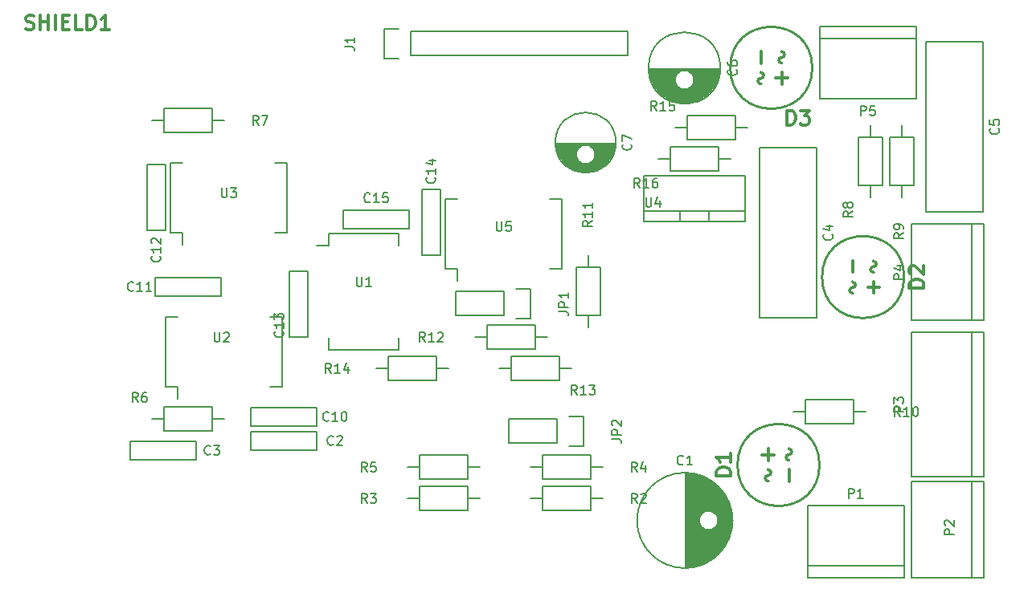
<source format=gbr>
G04 #@! TF.FileFunction,Legend,Top*
%FSLAX46Y46*%
G04 Gerber Fmt 4.6, Leading zero omitted, Abs format (unit mm)*
G04 Created by KiCad (PCBNEW 4.0.2+dfsg1-stable) date dim. 24 juil. 2016 19:10:33 CEST*
%MOMM*%
G01*
G04 APERTURE LIST*
%ADD10C,0.100000*%
%ADD11C,0.304800*%
%ADD12C,0.254000*%
%ADD13C,0.150000*%
G04 APERTURE END LIST*
D10*
D11*
X228008000Y-95588000D02*
G75*
G03X228308000Y-95288000I0J300000D01*
G01*
X228308000Y-95288000D02*
G75*
G03X228008000Y-94988000I-300000J0D01*
G01*
X228008000Y-95588000D02*
G75*
G03X227708000Y-95888000I0J-300000D01*
G01*
X227708000Y-95888000D02*
G75*
G03X228008000Y-96188000I300000J0D01*
G01*
X229908000Y-93688000D02*
G75*
G03X230208000Y-93988000I300000J0D01*
G01*
X230208000Y-93388000D02*
G75*
G03X229908000Y-93688000I0J-300000D01*
G01*
X230508000Y-93088000D02*
G75*
G03X230208000Y-92788000I-300000J0D01*
G01*
X230208000Y-93388000D02*
G75*
G03X230508000Y-93088000I0J300000D01*
G01*
X230208000Y-96188000D02*
X230208000Y-94988000D01*
X228008000Y-93988000D02*
X228008000Y-92788000D01*
X228608000Y-93388000D02*
X227408000Y-93388000D01*
D12*
X233426672Y-94488000D02*
G75*
G03X233426672Y-94488000I-4318672J0D01*
G01*
D11*
X239114919Y-73559081D02*
G75*
G03X238814919Y-73859081I0J-300000D01*
G01*
X238814919Y-73859081D02*
G75*
G03X239114919Y-74159081I300000J0D01*
G01*
X239114919Y-73559081D02*
G75*
G03X239414919Y-73259081I0J300000D01*
G01*
X239414919Y-73259081D02*
G75*
G03X239114919Y-72959081I-300000J0D01*
G01*
X237214919Y-75459081D02*
G75*
G03X236914919Y-75159081I-300000J0D01*
G01*
X236914919Y-75759081D02*
G75*
G03X237214919Y-75459081I0J300000D01*
G01*
X236614919Y-76059081D02*
G75*
G03X236914919Y-76359081I300000J0D01*
G01*
X236914919Y-75759081D02*
G75*
G03X236614919Y-76059081I0J-300000D01*
G01*
X236914919Y-72959081D02*
X236914919Y-74159081D01*
X239114919Y-75159081D02*
X239114919Y-76359081D01*
X238514919Y-75759081D02*
X239714919Y-75759081D01*
D12*
X242333591Y-74659081D02*
G75*
G03X242333591Y-74659081I-4318672J0D01*
G01*
D11*
X229446000Y-51478000D02*
G75*
G03X229146000Y-51778000I0J-300000D01*
G01*
X229146000Y-51778000D02*
G75*
G03X229446000Y-52078000I300000J0D01*
G01*
X229446000Y-51478000D02*
G75*
G03X229746000Y-51178000I0J300000D01*
G01*
X229746000Y-51178000D02*
G75*
G03X229446000Y-50878000I-300000J0D01*
G01*
X227546000Y-53378000D02*
G75*
G03X227246000Y-53078000I-300000J0D01*
G01*
X227246000Y-53678000D02*
G75*
G03X227546000Y-53378000I0J300000D01*
G01*
X226946000Y-53978000D02*
G75*
G03X227246000Y-54278000I300000J0D01*
G01*
X227246000Y-53678000D02*
G75*
G03X226946000Y-53978000I0J-300000D01*
G01*
X227246000Y-50878000D02*
X227246000Y-52078000D01*
X229446000Y-53078000D02*
X229446000Y-54278000D01*
X228846000Y-53678000D02*
X230046000Y-53678000D01*
D12*
X232664672Y-52578000D02*
G75*
G03X232664672Y-52578000I-4318672J0D01*
G01*
D13*
X242316000Y-105156000D02*
X232156000Y-105156000D01*
X242316000Y-106426000D02*
X242316000Y-98806000D01*
X242316000Y-98806000D02*
X232156000Y-98806000D01*
X232156000Y-98806000D02*
X232156000Y-106426000D01*
X232156000Y-106426000D02*
X242316000Y-106426000D01*
X191262000Y-93472000D02*
X196342000Y-93472000D01*
X196342000Y-93472000D02*
X196342000Y-96012000D01*
X196342000Y-96012000D02*
X191262000Y-96012000D01*
X191262000Y-96012000D02*
X191262000Y-93472000D01*
X191262000Y-94742000D02*
X189992000Y-94742000D01*
X196342000Y-94742000D02*
X197612000Y-94742000D01*
X177562000Y-81010000D02*
X177562000Y-74010000D01*
X177562000Y-74010000D02*
X179562000Y-74010000D01*
X179562000Y-74010000D02*
X179562000Y-81010000D01*
X179562000Y-81010000D02*
X177562000Y-81010000D01*
X250698000Y-95758000D02*
X243078000Y-95758000D01*
X250698000Y-80518000D02*
X243078000Y-80518000D01*
X249428000Y-95758000D02*
X249428000Y-80518000D01*
X243078000Y-95758000D02*
X243078000Y-80518000D01*
X250698000Y-95758000D02*
X250698000Y-80518000D01*
X219317000Y-95331000D02*
X219317000Y-105329000D01*
X219457000Y-95335000D02*
X219457000Y-105325000D01*
X219597000Y-95343000D02*
X219597000Y-105317000D01*
X219737000Y-95355000D02*
X219737000Y-105305000D01*
X219877000Y-95370000D02*
X219877000Y-105290000D01*
X220017000Y-95390000D02*
X220017000Y-105270000D01*
X220157000Y-95414000D02*
X220157000Y-105246000D01*
X220297000Y-95443000D02*
X220297000Y-105217000D01*
X220437000Y-95475000D02*
X220437000Y-105185000D01*
X220577000Y-95512000D02*
X220577000Y-105148000D01*
X220717000Y-95553000D02*
X220717000Y-105107000D01*
X220857000Y-95598000D02*
X220857000Y-99864000D01*
X220857000Y-100796000D02*
X220857000Y-105062000D01*
X220997000Y-95648000D02*
X220997000Y-99663000D01*
X220997000Y-100997000D02*
X220997000Y-105012000D01*
X221137000Y-95703000D02*
X221137000Y-99534000D01*
X221137000Y-101126000D02*
X221137000Y-104957000D01*
X221277000Y-95763000D02*
X221277000Y-99445000D01*
X221277000Y-101215000D02*
X221277000Y-104897000D01*
X221417000Y-95828000D02*
X221417000Y-99384000D01*
X221417000Y-101276000D02*
X221417000Y-104832000D01*
X221557000Y-95898000D02*
X221557000Y-99347000D01*
X221557000Y-101313000D02*
X221557000Y-104762000D01*
X221697000Y-95974000D02*
X221697000Y-99331000D01*
X221697000Y-101329000D02*
X221697000Y-104686000D01*
X221837000Y-96056000D02*
X221837000Y-99335000D01*
X221837000Y-101325000D02*
X221837000Y-104604000D01*
X221977000Y-96144000D02*
X221977000Y-99358000D01*
X221977000Y-101302000D02*
X221977000Y-104516000D01*
X222117000Y-96239000D02*
X222117000Y-99403000D01*
X222117000Y-101257000D02*
X222117000Y-104421000D01*
X222257000Y-96341000D02*
X222257000Y-99473000D01*
X222257000Y-101187000D02*
X222257000Y-104319000D01*
X222397000Y-96451000D02*
X222397000Y-99574000D01*
X222397000Y-101086000D02*
X222397000Y-104209000D01*
X222537000Y-96569000D02*
X222537000Y-99723000D01*
X222537000Y-100937000D02*
X222537000Y-104091000D01*
X222677000Y-96697000D02*
X222677000Y-99975000D01*
X222677000Y-100685000D02*
X222677000Y-103963000D01*
X222817000Y-96834000D02*
X222817000Y-103826000D01*
X222957000Y-96984000D02*
X222957000Y-103676000D01*
X223097000Y-97146000D02*
X223097000Y-103514000D01*
X223237000Y-97323000D02*
X223237000Y-103337000D01*
X223377000Y-97519000D02*
X223377000Y-103141000D01*
X223517000Y-97737000D02*
X223517000Y-102923000D01*
X223657000Y-97983000D02*
X223657000Y-102677000D01*
X223797000Y-98268000D02*
X223797000Y-102392000D01*
X223937000Y-98610000D02*
X223937000Y-102050000D01*
X224077000Y-99056000D02*
X224077000Y-101604000D01*
X224217000Y-99831000D02*
X224217000Y-100829000D01*
X222742000Y-100330000D02*
G75*
G03X222742000Y-100330000I-1000000J0D01*
G01*
X224279500Y-100330000D02*
G75*
G03X224279500Y-100330000I-5037500J0D01*
G01*
X180498000Y-92948000D02*
X173498000Y-92948000D01*
X173498000Y-92948000D02*
X173498000Y-90948000D01*
X173498000Y-90948000D02*
X180498000Y-90948000D01*
X180498000Y-90948000D02*
X180498000Y-92948000D01*
X160798000Y-91964000D02*
X167798000Y-91964000D01*
X167798000Y-91964000D02*
X167798000Y-93964000D01*
X167798000Y-93964000D02*
X160798000Y-93964000D01*
X160798000Y-93964000D02*
X160798000Y-91964000D01*
X222951000Y-52673000D02*
X215453000Y-52673000D01*
X222946000Y-52813000D02*
X215458000Y-52813000D01*
X222935000Y-52953000D02*
X219648000Y-52953000D01*
X218756000Y-52953000D02*
X215469000Y-52953000D01*
X222919000Y-53093000D02*
X219858000Y-53093000D01*
X218546000Y-53093000D02*
X215485000Y-53093000D01*
X222898000Y-53233000D02*
X219991000Y-53233000D01*
X218413000Y-53233000D02*
X215506000Y-53233000D01*
X222871000Y-53373000D02*
X220082000Y-53373000D01*
X218322000Y-53373000D02*
X215533000Y-53373000D01*
X222839000Y-53513000D02*
X220144000Y-53513000D01*
X218260000Y-53513000D02*
X215565000Y-53513000D01*
X222801000Y-53653000D02*
X220183000Y-53653000D01*
X218221000Y-53653000D02*
X215603000Y-53653000D01*
X222757000Y-53793000D02*
X220200000Y-53793000D01*
X218204000Y-53793000D02*
X215647000Y-53793000D01*
X222706000Y-53933000D02*
X220198000Y-53933000D01*
X218206000Y-53933000D02*
X215698000Y-53933000D01*
X222650000Y-54073000D02*
X220176000Y-54073000D01*
X218228000Y-54073000D02*
X215754000Y-54073000D01*
X222586000Y-54213000D02*
X220133000Y-54213000D01*
X218271000Y-54213000D02*
X215818000Y-54213000D01*
X222516000Y-54353000D02*
X220065000Y-54353000D01*
X218339000Y-54353000D02*
X215888000Y-54353000D01*
X222438000Y-54493000D02*
X219966000Y-54493000D01*
X218438000Y-54493000D02*
X215966000Y-54493000D01*
X222352000Y-54633000D02*
X219821000Y-54633000D01*
X218583000Y-54633000D02*
X216052000Y-54633000D01*
X222257000Y-54773000D02*
X219582000Y-54773000D01*
X218822000Y-54773000D02*
X216147000Y-54773000D01*
X222152000Y-54913000D02*
X216252000Y-54913000D01*
X222037000Y-55053000D02*
X216367000Y-55053000D01*
X221909000Y-55193000D02*
X216495000Y-55193000D01*
X221768000Y-55333000D02*
X216636000Y-55333000D01*
X221610000Y-55473000D02*
X216794000Y-55473000D01*
X221432000Y-55613000D02*
X216972000Y-55613000D01*
X221229000Y-55753000D02*
X217175000Y-55753000D01*
X220992000Y-55893000D02*
X217412000Y-55893000D01*
X220706000Y-56033000D02*
X217698000Y-56033000D01*
X220334000Y-56173000D02*
X218070000Y-56173000D01*
X219713000Y-56313000D02*
X218691000Y-56313000D01*
X220202000Y-53848000D02*
G75*
G03X220202000Y-53848000I-1000000J0D01*
G01*
X222989500Y-52598000D02*
G75*
G03X222989500Y-52598000I-3787500J0D01*
G01*
X211937000Y-60547000D02*
X205639000Y-60547000D01*
X211931000Y-60687000D02*
X205645000Y-60687000D01*
X211918000Y-60827000D02*
X209234000Y-60827000D01*
X208342000Y-60827000D02*
X205658000Y-60827000D01*
X211899000Y-60967000D02*
X209444000Y-60967000D01*
X208132000Y-60967000D02*
X205677000Y-60967000D01*
X211873000Y-61107000D02*
X209577000Y-61107000D01*
X207999000Y-61107000D02*
X205703000Y-61107000D01*
X211841000Y-61247000D02*
X209668000Y-61247000D01*
X207908000Y-61247000D02*
X205735000Y-61247000D01*
X211802000Y-61387000D02*
X209730000Y-61387000D01*
X207846000Y-61387000D02*
X205774000Y-61387000D01*
X211756000Y-61527000D02*
X209769000Y-61527000D01*
X207807000Y-61527000D02*
X205820000Y-61527000D01*
X211703000Y-61667000D02*
X209786000Y-61667000D01*
X207790000Y-61667000D02*
X205873000Y-61667000D01*
X211641000Y-61807000D02*
X209784000Y-61807000D01*
X207792000Y-61807000D02*
X205935000Y-61807000D01*
X211571000Y-61947000D02*
X209762000Y-61947000D01*
X207814000Y-61947000D02*
X206005000Y-61947000D01*
X211492000Y-62087000D02*
X209719000Y-62087000D01*
X207857000Y-62087000D02*
X206084000Y-62087000D01*
X211404000Y-62227000D02*
X209651000Y-62227000D01*
X207925000Y-62227000D02*
X206172000Y-62227000D01*
X211304000Y-62367000D02*
X209552000Y-62367000D01*
X208024000Y-62367000D02*
X206272000Y-62367000D01*
X211192000Y-62507000D02*
X209407000Y-62507000D01*
X208169000Y-62507000D02*
X206384000Y-62507000D01*
X211067000Y-62647000D02*
X209168000Y-62647000D01*
X208408000Y-62647000D02*
X206509000Y-62647000D01*
X210924000Y-62787000D02*
X206652000Y-62787000D01*
X210762000Y-62927000D02*
X206814000Y-62927000D01*
X210574000Y-63067000D02*
X207002000Y-63067000D01*
X210351000Y-63207000D02*
X207225000Y-63207000D01*
X210075000Y-63347000D02*
X207501000Y-63347000D01*
X209700000Y-63487000D02*
X207876000Y-63487000D01*
X209788000Y-61722000D02*
G75*
G03X209788000Y-61722000I-1000000J0D01*
G01*
X211975500Y-60472000D02*
G75*
G03X211975500Y-60472000I-3187500J0D01*
G01*
X173498000Y-88408000D02*
X180498000Y-88408000D01*
X180498000Y-88408000D02*
X180498000Y-90408000D01*
X180498000Y-90408000D02*
X173498000Y-90408000D01*
X173498000Y-90408000D02*
X173498000Y-88408000D01*
X163418000Y-74692000D02*
X170418000Y-74692000D01*
X170418000Y-74692000D02*
X170418000Y-76692000D01*
X170418000Y-76692000D02*
X163418000Y-76692000D01*
X163418000Y-76692000D02*
X163418000Y-74692000D01*
X164576000Y-62754000D02*
X164576000Y-69754000D01*
X164576000Y-69754000D02*
X162576000Y-69754000D01*
X162576000Y-69754000D02*
X162576000Y-62754000D01*
X162576000Y-62754000D02*
X164576000Y-62754000D01*
X191532000Y-72374000D02*
X191532000Y-65374000D01*
X191532000Y-65374000D02*
X193532000Y-65374000D01*
X193532000Y-65374000D02*
X193532000Y-72374000D01*
X193532000Y-72374000D02*
X191532000Y-72374000D01*
X183230000Y-67580000D02*
X190230000Y-67580000D01*
X190230000Y-67580000D02*
X190230000Y-69580000D01*
X190230000Y-69580000D02*
X183230000Y-69580000D01*
X183230000Y-69580000D02*
X183230000Y-67580000D01*
X200152000Y-76200000D02*
X195072000Y-76200000D01*
X195072000Y-76200000D02*
X195072000Y-78740000D01*
X195072000Y-78740000D02*
X200152000Y-78740000D01*
X202972000Y-79020000D02*
X201422000Y-79020000D01*
X200152000Y-78740000D02*
X200152000Y-76200000D01*
X201422000Y-75920000D02*
X202972000Y-75920000D01*
X202972000Y-75920000D02*
X202972000Y-79020000D01*
X205740000Y-89662000D02*
X200660000Y-89662000D01*
X200660000Y-89662000D02*
X200660000Y-92202000D01*
X200660000Y-92202000D02*
X205740000Y-92202000D01*
X208560000Y-92482000D02*
X207010000Y-92482000D01*
X205740000Y-92202000D02*
X205740000Y-89662000D01*
X207010000Y-89382000D02*
X208560000Y-89382000D01*
X208560000Y-89382000D02*
X208560000Y-92482000D01*
X249428000Y-96266000D02*
X249428000Y-106426000D01*
X250698000Y-96266000D02*
X243078000Y-96266000D01*
X243078000Y-96266000D02*
X243078000Y-106426000D01*
X243078000Y-106426000D02*
X250698000Y-106426000D01*
X250698000Y-106426000D02*
X250698000Y-96266000D01*
X249428000Y-69088000D02*
X249428000Y-79248000D01*
X250698000Y-69088000D02*
X243078000Y-69088000D01*
X243078000Y-69088000D02*
X243078000Y-79248000D01*
X243078000Y-79248000D02*
X250698000Y-79248000D01*
X250698000Y-79248000D02*
X250698000Y-69088000D01*
X233426000Y-49530000D02*
X243586000Y-49530000D01*
X233426000Y-48260000D02*
X233426000Y-55880000D01*
X233426000Y-55880000D02*
X243586000Y-55880000D01*
X243586000Y-55880000D02*
X243586000Y-48260000D01*
X243586000Y-48260000D02*
X233426000Y-48260000D01*
X204216000Y-96774000D02*
X209296000Y-96774000D01*
X209296000Y-96774000D02*
X209296000Y-99314000D01*
X209296000Y-99314000D02*
X204216000Y-99314000D01*
X204216000Y-99314000D02*
X204216000Y-96774000D01*
X204216000Y-98044000D02*
X202946000Y-98044000D01*
X209296000Y-98044000D02*
X210566000Y-98044000D01*
X191262000Y-96774000D02*
X196342000Y-96774000D01*
X196342000Y-96774000D02*
X196342000Y-99314000D01*
X196342000Y-99314000D02*
X191262000Y-99314000D01*
X191262000Y-99314000D02*
X191262000Y-96774000D01*
X191262000Y-98044000D02*
X189992000Y-98044000D01*
X196342000Y-98044000D02*
X197612000Y-98044000D01*
X204216000Y-93472000D02*
X209296000Y-93472000D01*
X209296000Y-93472000D02*
X209296000Y-96012000D01*
X209296000Y-96012000D02*
X204216000Y-96012000D01*
X204216000Y-96012000D02*
X204216000Y-93472000D01*
X204216000Y-94742000D02*
X202946000Y-94742000D01*
X209296000Y-94742000D02*
X210566000Y-94742000D01*
X164338000Y-88392000D02*
X169418000Y-88392000D01*
X169418000Y-88392000D02*
X169418000Y-90932000D01*
X169418000Y-90932000D02*
X164338000Y-90932000D01*
X164338000Y-90932000D02*
X164338000Y-88392000D01*
X164338000Y-89662000D02*
X163068000Y-89662000D01*
X169418000Y-89662000D02*
X170688000Y-89662000D01*
X169418000Y-59436000D02*
X164338000Y-59436000D01*
X164338000Y-59436000D02*
X164338000Y-56896000D01*
X164338000Y-56896000D02*
X169418000Y-56896000D01*
X169418000Y-56896000D02*
X169418000Y-59436000D01*
X169418000Y-58166000D02*
X170688000Y-58166000D01*
X164338000Y-58166000D02*
X163068000Y-58166000D01*
X237490000Y-65024000D02*
X237490000Y-59944000D01*
X237490000Y-59944000D02*
X240030000Y-59944000D01*
X240030000Y-59944000D02*
X240030000Y-65024000D01*
X240030000Y-65024000D02*
X237490000Y-65024000D01*
X238760000Y-65024000D02*
X238760000Y-66294000D01*
X238760000Y-59944000D02*
X238760000Y-58674000D01*
X240792000Y-65024000D02*
X240792000Y-59944000D01*
X240792000Y-59944000D02*
X243332000Y-59944000D01*
X243332000Y-59944000D02*
X243332000Y-65024000D01*
X243332000Y-65024000D02*
X240792000Y-65024000D01*
X242062000Y-65024000D02*
X242062000Y-66294000D01*
X242062000Y-59944000D02*
X242062000Y-58674000D01*
X236982000Y-90170000D02*
X231902000Y-90170000D01*
X231902000Y-90170000D02*
X231902000Y-87630000D01*
X231902000Y-87630000D02*
X236982000Y-87630000D01*
X236982000Y-87630000D02*
X236982000Y-90170000D01*
X236982000Y-88900000D02*
X238252000Y-88900000D01*
X231902000Y-88900000D02*
X230632000Y-88900000D01*
X210312000Y-73660000D02*
X210312000Y-78740000D01*
X210312000Y-78740000D02*
X207772000Y-78740000D01*
X207772000Y-78740000D02*
X207772000Y-73660000D01*
X207772000Y-73660000D02*
X210312000Y-73660000D01*
X209042000Y-73660000D02*
X209042000Y-72390000D01*
X209042000Y-78740000D02*
X209042000Y-80010000D01*
X198374000Y-79756000D02*
X203454000Y-79756000D01*
X203454000Y-79756000D02*
X203454000Y-82296000D01*
X203454000Y-82296000D02*
X198374000Y-82296000D01*
X198374000Y-82296000D02*
X198374000Y-79756000D01*
X198374000Y-81026000D02*
X197104000Y-81026000D01*
X203454000Y-81026000D02*
X204724000Y-81026000D01*
X205994000Y-85598000D02*
X200914000Y-85598000D01*
X200914000Y-85598000D02*
X200914000Y-83058000D01*
X200914000Y-83058000D02*
X205994000Y-83058000D01*
X205994000Y-83058000D02*
X205994000Y-85598000D01*
X205994000Y-84328000D02*
X207264000Y-84328000D01*
X200914000Y-84328000D02*
X199644000Y-84328000D01*
X187960000Y-83058000D02*
X193040000Y-83058000D01*
X193040000Y-83058000D02*
X193040000Y-85598000D01*
X193040000Y-85598000D02*
X187960000Y-85598000D01*
X187960000Y-85598000D02*
X187960000Y-83058000D01*
X187960000Y-84328000D02*
X186690000Y-84328000D01*
X193040000Y-84328000D02*
X194310000Y-84328000D01*
X219456000Y-57658000D02*
X224536000Y-57658000D01*
X224536000Y-57658000D02*
X224536000Y-60198000D01*
X224536000Y-60198000D02*
X219456000Y-60198000D01*
X219456000Y-60198000D02*
X219456000Y-57658000D01*
X219456000Y-58928000D02*
X218186000Y-58928000D01*
X224536000Y-58928000D02*
X225806000Y-58928000D01*
X222758000Y-63500000D02*
X217678000Y-63500000D01*
X217678000Y-63500000D02*
X217678000Y-60960000D01*
X217678000Y-60960000D02*
X222758000Y-60960000D01*
X222758000Y-60960000D02*
X222758000Y-63500000D01*
X222758000Y-62230000D02*
X224028000Y-62230000D01*
X217678000Y-62230000D02*
X216408000Y-62230000D01*
X181745000Y-70095000D02*
X181745000Y-71365000D01*
X189095000Y-70095000D02*
X189095000Y-71365000D01*
X189095000Y-82305000D02*
X189095000Y-81035000D01*
X181745000Y-82305000D02*
X181745000Y-81035000D01*
X181745000Y-70095000D02*
X189095000Y-70095000D01*
X181745000Y-82305000D02*
X189095000Y-82305000D01*
X181745000Y-71365000D02*
X180460000Y-71365000D01*
X164583000Y-86225000D02*
X165853000Y-86225000D01*
X164583000Y-78875000D02*
X165853000Y-78875000D01*
X176793000Y-78875000D02*
X175523000Y-78875000D01*
X176793000Y-86225000D02*
X175523000Y-86225000D01*
X164583000Y-86225000D02*
X164583000Y-78875000D01*
X176793000Y-86225000D02*
X176793000Y-78875000D01*
X165853000Y-86225000D02*
X165853000Y-87510000D01*
X165091000Y-69969000D02*
X166361000Y-69969000D01*
X165091000Y-62619000D02*
X166361000Y-62619000D01*
X177301000Y-62619000D02*
X176031000Y-62619000D01*
X177301000Y-69969000D02*
X176031000Y-69969000D01*
X165091000Y-69969000D02*
X165091000Y-62619000D01*
X177301000Y-69969000D02*
X177301000Y-62619000D01*
X166361000Y-69969000D02*
X166361000Y-71254000D01*
X221742000Y-68834000D02*
X221742000Y-67691000D01*
X218694000Y-68834000D02*
X218694000Y-67691000D01*
X214884000Y-67691000D02*
X214884000Y-64008000D01*
X214884000Y-64008000D02*
X225552000Y-64008000D01*
X225552000Y-64008000D02*
X225552000Y-67691000D01*
X214884000Y-68834000D02*
X214884000Y-67691000D01*
X214884000Y-67691000D02*
X225552000Y-67691000D01*
X225552000Y-67691000D02*
X225552000Y-68834000D01*
X220218000Y-68834000D02*
X225552000Y-68834000D01*
X220218000Y-68834000D02*
X214884000Y-68834000D01*
X194047000Y-73779000D02*
X195317000Y-73779000D01*
X194047000Y-66429000D02*
X195317000Y-66429000D01*
X206257000Y-66429000D02*
X204987000Y-66429000D01*
X206257000Y-73779000D02*
X204987000Y-73779000D01*
X194047000Y-73779000D02*
X194047000Y-66429000D01*
X206257000Y-73779000D02*
X206257000Y-66429000D01*
X195317000Y-73779000D02*
X195317000Y-75064000D01*
X190373000Y-48768000D02*
X213233000Y-48768000D01*
X213233000Y-48768000D02*
X213233000Y-51308000D01*
X213233000Y-51308000D02*
X190373000Y-51308000D01*
X187553000Y-48488000D02*
X189103000Y-48488000D01*
X190373000Y-48768000D02*
X190373000Y-51308000D01*
X189103000Y-51588000D02*
X187553000Y-51588000D01*
X187553000Y-51588000D02*
X187553000Y-48488000D01*
X233124000Y-60970000D02*
X233124000Y-78970000D01*
X233124000Y-78970000D02*
X227124000Y-78970000D01*
X227124000Y-78970000D02*
X227124000Y-60970000D01*
X227124000Y-60970000D02*
X233124000Y-60970000D01*
X250650000Y-49808000D02*
X250650000Y-67808000D01*
X250650000Y-67808000D02*
X244650000Y-67808000D01*
X244650000Y-67808000D02*
X244650000Y-49808000D01*
X244650000Y-49808000D02*
X250650000Y-49808000D01*
D11*
X149825529Y-48470457D02*
X150043243Y-48543029D01*
X150406100Y-48543029D01*
X150551243Y-48470457D01*
X150623814Y-48397886D01*
X150696386Y-48252743D01*
X150696386Y-48107600D01*
X150623814Y-47962457D01*
X150551243Y-47889886D01*
X150406100Y-47817314D01*
X150115814Y-47744743D01*
X149970672Y-47672171D01*
X149898100Y-47599600D01*
X149825529Y-47454457D01*
X149825529Y-47309314D01*
X149898100Y-47164171D01*
X149970672Y-47091600D01*
X150115814Y-47019029D01*
X150478672Y-47019029D01*
X150696386Y-47091600D01*
X151349529Y-48543029D02*
X151349529Y-47019029D01*
X151349529Y-47744743D02*
X152220386Y-47744743D01*
X152220386Y-48543029D02*
X152220386Y-47019029D01*
X152946100Y-48543029D02*
X152946100Y-47019029D01*
X153671814Y-47744743D02*
X154179814Y-47744743D01*
X154397528Y-48543029D02*
X153671814Y-48543029D01*
X153671814Y-47019029D01*
X154397528Y-47019029D01*
X155776385Y-48543029D02*
X155050671Y-48543029D01*
X155050671Y-47019029D01*
X156284385Y-48543029D02*
X156284385Y-47019029D01*
X156647242Y-47019029D01*
X156864957Y-47091600D01*
X157010099Y-47236743D01*
X157082671Y-47381886D01*
X157155242Y-47672171D01*
X157155242Y-47889886D01*
X157082671Y-48180171D01*
X157010099Y-48325314D01*
X156864957Y-48470457D01*
X156647242Y-48543029D01*
X156284385Y-48543029D01*
X158606671Y-48543029D02*
X157735814Y-48543029D01*
X158171242Y-48543029D02*
X158171242Y-47019029D01*
X158026099Y-47236743D01*
X157880957Y-47381886D01*
X157735814Y-47454457D01*
X224082429Y-95612857D02*
X222558429Y-95612857D01*
X222558429Y-95250000D01*
X222631000Y-95032285D01*
X222776143Y-94887143D01*
X222921286Y-94814571D01*
X223211571Y-94742000D01*
X223429286Y-94742000D01*
X223719571Y-94814571D01*
X223864714Y-94887143D01*
X224009857Y-95032285D01*
X224082429Y-95250000D01*
X224082429Y-95612857D01*
X224082429Y-93290571D02*
X224082429Y-94161428D01*
X224082429Y-93726000D02*
X222558429Y-93726000D01*
X222776143Y-93871143D01*
X222921286Y-94016285D01*
X222993857Y-94161428D01*
X244419348Y-75783938D02*
X242895348Y-75783938D01*
X242895348Y-75421081D01*
X242967919Y-75203366D01*
X243113062Y-75058224D01*
X243258205Y-74985652D01*
X243548490Y-74913081D01*
X243766205Y-74913081D01*
X244056490Y-74985652D01*
X244201633Y-75058224D01*
X244346776Y-75203366D01*
X244419348Y-75421081D01*
X244419348Y-75783938D01*
X243040490Y-74332509D02*
X242967919Y-74259938D01*
X242895348Y-74114795D01*
X242895348Y-73751938D01*
X242967919Y-73606795D01*
X243040490Y-73534224D01*
X243185633Y-73461652D01*
X243330776Y-73461652D01*
X243548490Y-73534224D01*
X244419348Y-74405081D01*
X244419348Y-73461652D01*
X230015143Y-58601429D02*
X230015143Y-57077429D01*
X230378000Y-57077429D01*
X230595715Y-57150000D01*
X230740857Y-57295143D01*
X230813429Y-57440286D01*
X230886000Y-57730571D01*
X230886000Y-57948286D01*
X230813429Y-58238571D01*
X230740857Y-58383714D01*
X230595715Y-58528857D01*
X230378000Y-58601429D01*
X230015143Y-58601429D01*
X231394000Y-57077429D02*
X232337429Y-57077429D01*
X231829429Y-57658000D01*
X232047143Y-57658000D01*
X232192286Y-57730571D01*
X232264857Y-57803143D01*
X232337429Y-57948286D01*
X232337429Y-58311143D01*
X232264857Y-58456286D01*
X232192286Y-58528857D01*
X232047143Y-58601429D01*
X231611715Y-58601429D01*
X231466572Y-58528857D01*
X231394000Y-58456286D01*
D13*
X236497905Y-97988381D02*
X236497905Y-96988381D01*
X236878858Y-96988381D01*
X236974096Y-97036000D01*
X237021715Y-97083619D01*
X237069334Y-97178857D01*
X237069334Y-97321714D01*
X237021715Y-97416952D01*
X236974096Y-97464571D01*
X236878858Y-97512190D01*
X236497905Y-97512190D01*
X238021715Y-97988381D02*
X237450286Y-97988381D01*
X237736000Y-97988381D02*
X237736000Y-96988381D01*
X237640762Y-97131238D01*
X237545524Y-97226476D01*
X237450286Y-97274095D01*
X185761334Y-95194381D02*
X185428000Y-94718190D01*
X185189905Y-95194381D02*
X185189905Y-94194381D01*
X185570858Y-94194381D01*
X185666096Y-94242000D01*
X185713715Y-94289619D01*
X185761334Y-94384857D01*
X185761334Y-94527714D01*
X185713715Y-94622952D01*
X185666096Y-94670571D01*
X185570858Y-94718190D01*
X185189905Y-94718190D01*
X186666096Y-94194381D02*
X186189905Y-94194381D01*
X186142286Y-94670571D01*
X186189905Y-94622952D01*
X186285143Y-94575333D01*
X186523239Y-94575333D01*
X186618477Y-94622952D01*
X186666096Y-94670571D01*
X186713715Y-94765810D01*
X186713715Y-95003905D01*
X186666096Y-95099143D01*
X186618477Y-95146762D01*
X186523239Y-95194381D01*
X186285143Y-95194381D01*
X186189905Y-95146762D01*
X186142286Y-95099143D01*
X176887143Y-80398857D02*
X176934762Y-80446476D01*
X176982381Y-80589333D01*
X176982381Y-80684571D01*
X176934762Y-80827429D01*
X176839524Y-80922667D01*
X176744286Y-80970286D01*
X176553810Y-81017905D01*
X176410952Y-81017905D01*
X176220476Y-80970286D01*
X176125238Y-80922667D01*
X176030000Y-80827429D01*
X175982381Y-80684571D01*
X175982381Y-80589333D01*
X176030000Y-80446476D01*
X176077619Y-80398857D01*
X176982381Y-79446476D02*
X176982381Y-80017905D01*
X176982381Y-79732191D02*
X175982381Y-79732191D01*
X176125238Y-79827429D01*
X176220476Y-79922667D01*
X176268095Y-80017905D01*
X175982381Y-79113143D02*
X175982381Y-78494095D01*
X176363333Y-78827429D01*
X176363333Y-78684571D01*
X176410952Y-78589333D01*
X176458571Y-78541714D01*
X176553810Y-78494095D01*
X176791905Y-78494095D01*
X176887143Y-78541714D01*
X176934762Y-78589333D01*
X176982381Y-78684571D01*
X176982381Y-78970286D01*
X176934762Y-79065524D01*
X176887143Y-79113143D01*
X242260381Y-88876095D02*
X241260381Y-88876095D01*
X241260381Y-88495142D01*
X241308000Y-88399904D01*
X241355619Y-88352285D01*
X241450857Y-88304666D01*
X241593714Y-88304666D01*
X241688952Y-88352285D01*
X241736571Y-88399904D01*
X241784190Y-88495142D01*
X241784190Y-88876095D01*
X241260381Y-87971333D02*
X241260381Y-87352285D01*
X241641333Y-87685619D01*
X241641333Y-87542761D01*
X241688952Y-87447523D01*
X241736571Y-87399904D01*
X241831810Y-87352285D01*
X242069905Y-87352285D01*
X242165143Y-87399904D01*
X242212762Y-87447523D01*
X242260381Y-87542761D01*
X242260381Y-87828476D01*
X242212762Y-87923714D01*
X242165143Y-87971333D01*
X219075334Y-94387143D02*
X219027715Y-94434762D01*
X218884858Y-94482381D01*
X218789620Y-94482381D01*
X218646762Y-94434762D01*
X218551524Y-94339524D01*
X218503905Y-94244286D01*
X218456286Y-94053810D01*
X218456286Y-93910952D01*
X218503905Y-93720476D01*
X218551524Y-93625238D01*
X218646762Y-93530000D01*
X218789620Y-93482381D01*
X218884858Y-93482381D01*
X219027715Y-93530000D01*
X219075334Y-93577619D01*
X220027715Y-94482381D02*
X219456286Y-94482381D01*
X219742000Y-94482381D02*
X219742000Y-93482381D01*
X219646762Y-93625238D01*
X219551524Y-93720476D01*
X219456286Y-93768095D01*
X182205334Y-92305143D02*
X182157715Y-92352762D01*
X182014858Y-92400381D01*
X181919620Y-92400381D01*
X181776762Y-92352762D01*
X181681524Y-92257524D01*
X181633905Y-92162286D01*
X181586286Y-91971810D01*
X181586286Y-91828952D01*
X181633905Y-91638476D01*
X181681524Y-91543238D01*
X181776762Y-91448000D01*
X181919620Y-91400381D01*
X182014858Y-91400381D01*
X182157715Y-91448000D01*
X182205334Y-91495619D01*
X182586286Y-91495619D02*
X182633905Y-91448000D01*
X182729143Y-91400381D01*
X182967239Y-91400381D01*
X183062477Y-91448000D01*
X183110096Y-91495619D01*
X183157715Y-91590857D01*
X183157715Y-91686095D01*
X183110096Y-91828952D01*
X182538667Y-92400381D01*
X183157715Y-92400381D01*
X169251334Y-93321143D02*
X169203715Y-93368762D01*
X169060858Y-93416381D01*
X168965620Y-93416381D01*
X168822762Y-93368762D01*
X168727524Y-93273524D01*
X168679905Y-93178286D01*
X168632286Y-92987810D01*
X168632286Y-92844952D01*
X168679905Y-92654476D01*
X168727524Y-92559238D01*
X168822762Y-92464000D01*
X168965620Y-92416381D01*
X169060858Y-92416381D01*
X169203715Y-92464000D01*
X169251334Y-92511619D01*
X169584667Y-92416381D02*
X170203715Y-92416381D01*
X169870381Y-92797333D01*
X170013239Y-92797333D01*
X170108477Y-92844952D01*
X170156096Y-92892571D01*
X170203715Y-92987810D01*
X170203715Y-93225905D01*
X170156096Y-93321143D01*
X170108477Y-93368762D01*
X170013239Y-93416381D01*
X169727524Y-93416381D01*
X169632286Y-93368762D01*
X169584667Y-93321143D01*
X224659143Y-52764666D02*
X224706762Y-52812285D01*
X224754381Y-52955142D01*
X224754381Y-53050380D01*
X224706762Y-53193238D01*
X224611524Y-53288476D01*
X224516286Y-53336095D01*
X224325810Y-53383714D01*
X224182952Y-53383714D01*
X223992476Y-53336095D01*
X223897238Y-53288476D01*
X223802000Y-53193238D01*
X223754381Y-53050380D01*
X223754381Y-52955142D01*
X223802000Y-52812285D01*
X223849619Y-52764666D01*
X223754381Y-51907523D02*
X223754381Y-52098000D01*
X223802000Y-52193238D01*
X223849619Y-52240857D01*
X223992476Y-52336095D01*
X224182952Y-52383714D01*
X224563905Y-52383714D01*
X224659143Y-52336095D01*
X224706762Y-52288476D01*
X224754381Y-52193238D01*
X224754381Y-52002761D01*
X224706762Y-51907523D01*
X224659143Y-51859904D01*
X224563905Y-51812285D01*
X224325810Y-51812285D01*
X224230571Y-51859904D01*
X224182952Y-51907523D01*
X224135333Y-52002761D01*
X224135333Y-52193238D01*
X224182952Y-52288476D01*
X224230571Y-52336095D01*
X224325810Y-52383714D01*
X213545143Y-60638666D02*
X213592762Y-60686285D01*
X213640381Y-60829142D01*
X213640381Y-60924380D01*
X213592762Y-61067238D01*
X213497524Y-61162476D01*
X213402286Y-61210095D01*
X213211810Y-61257714D01*
X213068952Y-61257714D01*
X212878476Y-61210095D01*
X212783238Y-61162476D01*
X212688000Y-61067238D01*
X212640381Y-60924380D01*
X212640381Y-60829142D01*
X212688000Y-60686285D01*
X212735619Y-60638666D01*
X212640381Y-60305333D02*
X212640381Y-59638666D01*
X213640381Y-60067238D01*
X181729143Y-89765143D02*
X181681524Y-89812762D01*
X181538667Y-89860381D01*
X181443429Y-89860381D01*
X181300571Y-89812762D01*
X181205333Y-89717524D01*
X181157714Y-89622286D01*
X181110095Y-89431810D01*
X181110095Y-89288952D01*
X181157714Y-89098476D01*
X181205333Y-89003238D01*
X181300571Y-88908000D01*
X181443429Y-88860381D01*
X181538667Y-88860381D01*
X181681524Y-88908000D01*
X181729143Y-88955619D01*
X182681524Y-89860381D02*
X182110095Y-89860381D01*
X182395809Y-89860381D02*
X182395809Y-88860381D01*
X182300571Y-89003238D01*
X182205333Y-89098476D01*
X182110095Y-89146095D01*
X183300571Y-88860381D02*
X183395810Y-88860381D01*
X183491048Y-88908000D01*
X183538667Y-88955619D01*
X183586286Y-89050857D01*
X183633905Y-89241333D01*
X183633905Y-89479429D01*
X183586286Y-89669905D01*
X183538667Y-89765143D01*
X183491048Y-89812762D01*
X183395810Y-89860381D01*
X183300571Y-89860381D01*
X183205333Y-89812762D01*
X183157714Y-89765143D01*
X183110095Y-89669905D01*
X183062476Y-89479429D01*
X183062476Y-89241333D01*
X183110095Y-89050857D01*
X183157714Y-88955619D01*
X183205333Y-88908000D01*
X183300571Y-88860381D01*
X161155143Y-76049143D02*
X161107524Y-76096762D01*
X160964667Y-76144381D01*
X160869429Y-76144381D01*
X160726571Y-76096762D01*
X160631333Y-76001524D01*
X160583714Y-75906286D01*
X160536095Y-75715810D01*
X160536095Y-75572952D01*
X160583714Y-75382476D01*
X160631333Y-75287238D01*
X160726571Y-75192000D01*
X160869429Y-75144381D01*
X160964667Y-75144381D01*
X161107524Y-75192000D01*
X161155143Y-75239619D01*
X162107524Y-76144381D02*
X161536095Y-76144381D01*
X161821809Y-76144381D02*
X161821809Y-75144381D01*
X161726571Y-75287238D01*
X161631333Y-75382476D01*
X161536095Y-75430095D01*
X163059905Y-76144381D02*
X162488476Y-76144381D01*
X162774190Y-76144381D02*
X162774190Y-75144381D01*
X162678952Y-75287238D01*
X162583714Y-75382476D01*
X162488476Y-75430095D01*
X163933143Y-72444857D02*
X163980762Y-72492476D01*
X164028381Y-72635333D01*
X164028381Y-72730571D01*
X163980762Y-72873429D01*
X163885524Y-72968667D01*
X163790286Y-73016286D01*
X163599810Y-73063905D01*
X163456952Y-73063905D01*
X163266476Y-73016286D01*
X163171238Y-72968667D01*
X163076000Y-72873429D01*
X163028381Y-72730571D01*
X163028381Y-72635333D01*
X163076000Y-72492476D01*
X163123619Y-72444857D01*
X164028381Y-71492476D02*
X164028381Y-72063905D01*
X164028381Y-71778191D02*
X163028381Y-71778191D01*
X163171238Y-71873429D01*
X163266476Y-71968667D01*
X163314095Y-72063905D01*
X163123619Y-71111524D02*
X163076000Y-71063905D01*
X163028381Y-70968667D01*
X163028381Y-70730571D01*
X163076000Y-70635333D01*
X163123619Y-70587714D01*
X163218857Y-70540095D01*
X163314095Y-70540095D01*
X163456952Y-70587714D01*
X164028381Y-71159143D01*
X164028381Y-70540095D01*
X192889143Y-64142857D02*
X192936762Y-64190476D01*
X192984381Y-64333333D01*
X192984381Y-64428571D01*
X192936762Y-64571429D01*
X192841524Y-64666667D01*
X192746286Y-64714286D01*
X192555810Y-64761905D01*
X192412952Y-64761905D01*
X192222476Y-64714286D01*
X192127238Y-64666667D01*
X192032000Y-64571429D01*
X191984381Y-64428571D01*
X191984381Y-64333333D01*
X192032000Y-64190476D01*
X192079619Y-64142857D01*
X192984381Y-63190476D02*
X192984381Y-63761905D01*
X192984381Y-63476191D02*
X191984381Y-63476191D01*
X192127238Y-63571429D01*
X192222476Y-63666667D01*
X192270095Y-63761905D01*
X192317714Y-62333333D02*
X192984381Y-62333333D01*
X191936762Y-62571429D02*
X192651048Y-62809524D01*
X192651048Y-62190476D01*
X186087143Y-66687143D02*
X186039524Y-66734762D01*
X185896667Y-66782381D01*
X185801429Y-66782381D01*
X185658571Y-66734762D01*
X185563333Y-66639524D01*
X185515714Y-66544286D01*
X185468095Y-66353810D01*
X185468095Y-66210952D01*
X185515714Y-66020476D01*
X185563333Y-65925238D01*
X185658571Y-65830000D01*
X185801429Y-65782381D01*
X185896667Y-65782381D01*
X186039524Y-65830000D01*
X186087143Y-65877619D01*
X187039524Y-66782381D02*
X186468095Y-66782381D01*
X186753809Y-66782381D02*
X186753809Y-65782381D01*
X186658571Y-65925238D01*
X186563333Y-66020476D01*
X186468095Y-66068095D01*
X187944286Y-65782381D02*
X187468095Y-65782381D01*
X187420476Y-66258571D01*
X187468095Y-66210952D01*
X187563333Y-66163333D01*
X187801429Y-66163333D01*
X187896667Y-66210952D01*
X187944286Y-66258571D01*
X187991905Y-66353810D01*
X187991905Y-66591905D01*
X187944286Y-66687143D01*
X187896667Y-66734762D01*
X187801429Y-66782381D01*
X187563333Y-66782381D01*
X187468095Y-66734762D01*
X187420476Y-66687143D01*
X205974381Y-78303333D02*
X206688667Y-78303333D01*
X206831524Y-78350953D01*
X206926762Y-78446191D01*
X206974381Y-78589048D01*
X206974381Y-78684286D01*
X206974381Y-77827143D02*
X205974381Y-77827143D01*
X205974381Y-77446190D01*
X206022000Y-77350952D01*
X206069619Y-77303333D01*
X206164857Y-77255714D01*
X206307714Y-77255714D01*
X206402952Y-77303333D01*
X206450571Y-77350952D01*
X206498190Y-77446190D01*
X206498190Y-77827143D01*
X206974381Y-76303333D02*
X206974381Y-76874762D01*
X206974381Y-76589048D02*
X205974381Y-76589048D01*
X206117238Y-76684286D01*
X206212476Y-76779524D01*
X206260095Y-76874762D01*
X211562381Y-91765333D02*
X212276667Y-91765333D01*
X212419524Y-91812953D01*
X212514762Y-91908191D01*
X212562381Y-92051048D01*
X212562381Y-92146286D01*
X212562381Y-91289143D02*
X211562381Y-91289143D01*
X211562381Y-90908190D01*
X211610000Y-90812952D01*
X211657619Y-90765333D01*
X211752857Y-90717714D01*
X211895714Y-90717714D01*
X211990952Y-90765333D01*
X212038571Y-90812952D01*
X212086190Y-90908190D01*
X212086190Y-91289143D01*
X211657619Y-90336762D02*
X211610000Y-90289143D01*
X211562381Y-90193905D01*
X211562381Y-89955809D01*
X211610000Y-89860571D01*
X211657619Y-89812952D01*
X211752857Y-89765333D01*
X211848095Y-89765333D01*
X211990952Y-89812952D01*
X212562381Y-90384381D01*
X212562381Y-89765333D01*
X247594381Y-101830095D02*
X246594381Y-101830095D01*
X246594381Y-101449142D01*
X246642000Y-101353904D01*
X246689619Y-101306285D01*
X246784857Y-101258666D01*
X246927714Y-101258666D01*
X247022952Y-101306285D01*
X247070571Y-101353904D01*
X247118190Y-101449142D01*
X247118190Y-101830095D01*
X246689619Y-100877714D02*
X246642000Y-100830095D01*
X246594381Y-100734857D01*
X246594381Y-100496761D01*
X246642000Y-100401523D01*
X246689619Y-100353904D01*
X246784857Y-100306285D01*
X246880095Y-100306285D01*
X247022952Y-100353904D01*
X247594381Y-100925333D01*
X247594381Y-100306285D01*
X242260381Y-74906095D02*
X241260381Y-74906095D01*
X241260381Y-74525142D01*
X241308000Y-74429904D01*
X241355619Y-74382285D01*
X241450857Y-74334666D01*
X241593714Y-74334666D01*
X241688952Y-74382285D01*
X241736571Y-74429904D01*
X241784190Y-74525142D01*
X241784190Y-74906095D01*
X241593714Y-73477523D02*
X242260381Y-73477523D01*
X241212762Y-73715619D02*
X241927048Y-73953714D01*
X241927048Y-73334666D01*
X237767905Y-57602381D02*
X237767905Y-56602381D01*
X238148858Y-56602381D01*
X238244096Y-56650000D01*
X238291715Y-56697619D01*
X238339334Y-56792857D01*
X238339334Y-56935714D01*
X238291715Y-57030952D01*
X238244096Y-57078571D01*
X238148858Y-57126190D01*
X237767905Y-57126190D01*
X239244096Y-56602381D02*
X238767905Y-56602381D01*
X238720286Y-57078571D01*
X238767905Y-57030952D01*
X238863143Y-56983333D01*
X239101239Y-56983333D01*
X239196477Y-57030952D01*
X239244096Y-57078571D01*
X239291715Y-57173810D01*
X239291715Y-57411905D01*
X239244096Y-57507143D01*
X239196477Y-57554762D01*
X239101239Y-57602381D01*
X238863143Y-57602381D01*
X238767905Y-57554762D01*
X238720286Y-57507143D01*
X214209334Y-98496381D02*
X213876000Y-98020190D01*
X213637905Y-98496381D02*
X213637905Y-97496381D01*
X214018858Y-97496381D01*
X214114096Y-97544000D01*
X214161715Y-97591619D01*
X214209334Y-97686857D01*
X214209334Y-97829714D01*
X214161715Y-97924952D01*
X214114096Y-97972571D01*
X214018858Y-98020190D01*
X213637905Y-98020190D01*
X214590286Y-97591619D02*
X214637905Y-97544000D01*
X214733143Y-97496381D01*
X214971239Y-97496381D01*
X215066477Y-97544000D01*
X215114096Y-97591619D01*
X215161715Y-97686857D01*
X215161715Y-97782095D01*
X215114096Y-97924952D01*
X214542667Y-98496381D01*
X215161715Y-98496381D01*
X185761334Y-98496381D02*
X185428000Y-98020190D01*
X185189905Y-98496381D02*
X185189905Y-97496381D01*
X185570858Y-97496381D01*
X185666096Y-97544000D01*
X185713715Y-97591619D01*
X185761334Y-97686857D01*
X185761334Y-97829714D01*
X185713715Y-97924952D01*
X185666096Y-97972571D01*
X185570858Y-98020190D01*
X185189905Y-98020190D01*
X186094667Y-97496381D02*
X186713715Y-97496381D01*
X186380381Y-97877333D01*
X186523239Y-97877333D01*
X186618477Y-97924952D01*
X186666096Y-97972571D01*
X186713715Y-98067810D01*
X186713715Y-98305905D01*
X186666096Y-98401143D01*
X186618477Y-98448762D01*
X186523239Y-98496381D01*
X186237524Y-98496381D01*
X186142286Y-98448762D01*
X186094667Y-98401143D01*
X214209334Y-95194381D02*
X213876000Y-94718190D01*
X213637905Y-95194381D02*
X213637905Y-94194381D01*
X214018858Y-94194381D01*
X214114096Y-94242000D01*
X214161715Y-94289619D01*
X214209334Y-94384857D01*
X214209334Y-94527714D01*
X214161715Y-94622952D01*
X214114096Y-94670571D01*
X214018858Y-94718190D01*
X213637905Y-94718190D01*
X215066477Y-94527714D02*
X215066477Y-95194381D01*
X214828381Y-94146762D02*
X214590286Y-94861048D01*
X215209334Y-94861048D01*
X161631334Y-87828381D02*
X161298000Y-87352190D01*
X161059905Y-87828381D02*
X161059905Y-86828381D01*
X161440858Y-86828381D01*
X161536096Y-86876000D01*
X161583715Y-86923619D01*
X161631334Y-87018857D01*
X161631334Y-87161714D01*
X161583715Y-87256952D01*
X161536096Y-87304571D01*
X161440858Y-87352190D01*
X161059905Y-87352190D01*
X162488477Y-86828381D02*
X162298000Y-86828381D01*
X162202762Y-86876000D01*
X162155143Y-86923619D01*
X162059905Y-87066476D01*
X162012286Y-87256952D01*
X162012286Y-87637905D01*
X162059905Y-87733143D01*
X162107524Y-87780762D01*
X162202762Y-87828381D01*
X162393239Y-87828381D01*
X162488477Y-87780762D01*
X162536096Y-87733143D01*
X162583715Y-87637905D01*
X162583715Y-87399810D01*
X162536096Y-87304571D01*
X162488477Y-87256952D01*
X162393239Y-87209333D01*
X162202762Y-87209333D01*
X162107524Y-87256952D01*
X162059905Y-87304571D01*
X162012286Y-87399810D01*
X174331334Y-58618381D02*
X173998000Y-58142190D01*
X173759905Y-58618381D02*
X173759905Y-57618381D01*
X174140858Y-57618381D01*
X174236096Y-57666000D01*
X174283715Y-57713619D01*
X174331334Y-57808857D01*
X174331334Y-57951714D01*
X174283715Y-58046952D01*
X174236096Y-58094571D01*
X174140858Y-58142190D01*
X173759905Y-58142190D01*
X174664667Y-57618381D02*
X175331334Y-57618381D01*
X174902762Y-58618381D01*
X236926381Y-67730666D02*
X236450190Y-68064000D01*
X236926381Y-68302095D02*
X235926381Y-68302095D01*
X235926381Y-67921142D01*
X235974000Y-67825904D01*
X236021619Y-67778285D01*
X236116857Y-67730666D01*
X236259714Y-67730666D01*
X236354952Y-67778285D01*
X236402571Y-67825904D01*
X236450190Y-67921142D01*
X236450190Y-68302095D01*
X236354952Y-67159238D02*
X236307333Y-67254476D01*
X236259714Y-67302095D01*
X236164476Y-67349714D01*
X236116857Y-67349714D01*
X236021619Y-67302095D01*
X235974000Y-67254476D01*
X235926381Y-67159238D01*
X235926381Y-66968761D01*
X235974000Y-66873523D01*
X236021619Y-66825904D01*
X236116857Y-66778285D01*
X236164476Y-66778285D01*
X236259714Y-66825904D01*
X236307333Y-66873523D01*
X236354952Y-66968761D01*
X236354952Y-67159238D01*
X236402571Y-67254476D01*
X236450190Y-67302095D01*
X236545429Y-67349714D01*
X236735905Y-67349714D01*
X236831143Y-67302095D01*
X236878762Y-67254476D01*
X236926381Y-67159238D01*
X236926381Y-66968761D01*
X236878762Y-66873523D01*
X236831143Y-66825904D01*
X236735905Y-66778285D01*
X236545429Y-66778285D01*
X236450190Y-66825904D01*
X236402571Y-66873523D01*
X236354952Y-66968761D01*
X242260381Y-70016666D02*
X241784190Y-70350000D01*
X242260381Y-70588095D02*
X241260381Y-70588095D01*
X241260381Y-70207142D01*
X241308000Y-70111904D01*
X241355619Y-70064285D01*
X241450857Y-70016666D01*
X241593714Y-70016666D01*
X241688952Y-70064285D01*
X241736571Y-70111904D01*
X241784190Y-70207142D01*
X241784190Y-70588095D01*
X242260381Y-69540476D02*
X242260381Y-69350000D01*
X242212762Y-69254761D01*
X242165143Y-69207142D01*
X242022286Y-69111904D01*
X241831810Y-69064285D01*
X241450857Y-69064285D01*
X241355619Y-69111904D01*
X241308000Y-69159523D01*
X241260381Y-69254761D01*
X241260381Y-69445238D01*
X241308000Y-69540476D01*
X241355619Y-69588095D01*
X241450857Y-69635714D01*
X241688952Y-69635714D01*
X241784190Y-69588095D01*
X241831810Y-69540476D01*
X241879429Y-69445238D01*
X241879429Y-69254761D01*
X241831810Y-69159523D01*
X241784190Y-69111904D01*
X241688952Y-69064285D01*
X241927143Y-89352381D02*
X241593809Y-88876190D01*
X241355714Y-89352381D02*
X241355714Y-88352381D01*
X241736667Y-88352381D01*
X241831905Y-88400000D01*
X241879524Y-88447619D01*
X241927143Y-88542857D01*
X241927143Y-88685714D01*
X241879524Y-88780952D01*
X241831905Y-88828571D01*
X241736667Y-88876190D01*
X241355714Y-88876190D01*
X242879524Y-89352381D02*
X242308095Y-89352381D01*
X242593809Y-89352381D02*
X242593809Y-88352381D01*
X242498571Y-88495238D01*
X242403333Y-88590476D01*
X242308095Y-88638095D01*
X243498571Y-88352381D02*
X243593810Y-88352381D01*
X243689048Y-88400000D01*
X243736667Y-88447619D01*
X243784286Y-88542857D01*
X243831905Y-88733333D01*
X243831905Y-88971429D01*
X243784286Y-89161905D01*
X243736667Y-89257143D01*
X243689048Y-89304762D01*
X243593810Y-89352381D01*
X243498571Y-89352381D01*
X243403333Y-89304762D01*
X243355714Y-89257143D01*
X243308095Y-89161905D01*
X243260476Y-88971429D01*
X243260476Y-88733333D01*
X243308095Y-88542857D01*
X243355714Y-88447619D01*
X243403333Y-88400000D01*
X243498571Y-88352381D01*
X209494381Y-68714857D02*
X209018190Y-69048191D01*
X209494381Y-69286286D02*
X208494381Y-69286286D01*
X208494381Y-68905333D01*
X208542000Y-68810095D01*
X208589619Y-68762476D01*
X208684857Y-68714857D01*
X208827714Y-68714857D01*
X208922952Y-68762476D01*
X208970571Y-68810095D01*
X209018190Y-68905333D01*
X209018190Y-69286286D01*
X209494381Y-67762476D02*
X209494381Y-68333905D01*
X209494381Y-68048191D02*
X208494381Y-68048191D01*
X208637238Y-68143429D01*
X208732476Y-68238667D01*
X208780095Y-68333905D01*
X209494381Y-66810095D02*
X209494381Y-67381524D01*
X209494381Y-67095810D02*
X208494381Y-67095810D01*
X208637238Y-67191048D01*
X208732476Y-67286286D01*
X208780095Y-67381524D01*
X191889143Y-81478381D02*
X191555809Y-81002190D01*
X191317714Y-81478381D02*
X191317714Y-80478381D01*
X191698667Y-80478381D01*
X191793905Y-80526000D01*
X191841524Y-80573619D01*
X191889143Y-80668857D01*
X191889143Y-80811714D01*
X191841524Y-80906952D01*
X191793905Y-80954571D01*
X191698667Y-81002190D01*
X191317714Y-81002190D01*
X192841524Y-81478381D02*
X192270095Y-81478381D01*
X192555809Y-81478381D02*
X192555809Y-80478381D01*
X192460571Y-80621238D01*
X192365333Y-80716476D01*
X192270095Y-80764095D01*
X193222476Y-80573619D02*
X193270095Y-80526000D01*
X193365333Y-80478381D01*
X193603429Y-80478381D01*
X193698667Y-80526000D01*
X193746286Y-80573619D01*
X193793905Y-80668857D01*
X193793905Y-80764095D01*
X193746286Y-80906952D01*
X193174857Y-81478381D01*
X193793905Y-81478381D01*
X207891143Y-87066381D02*
X207557809Y-86590190D01*
X207319714Y-87066381D02*
X207319714Y-86066381D01*
X207700667Y-86066381D01*
X207795905Y-86114000D01*
X207843524Y-86161619D01*
X207891143Y-86256857D01*
X207891143Y-86399714D01*
X207843524Y-86494952D01*
X207795905Y-86542571D01*
X207700667Y-86590190D01*
X207319714Y-86590190D01*
X208843524Y-87066381D02*
X208272095Y-87066381D01*
X208557809Y-87066381D02*
X208557809Y-86066381D01*
X208462571Y-86209238D01*
X208367333Y-86304476D01*
X208272095Y-86352095D01*
X209176857Y-86066381D02*
X209795905Y-86066381D01*
X209462571Y-86447333D01*
X209605429Y-86447333D01*
X209700667Y-86494952D01*
X209748286Y-86542571D01*
X209795905Y-86637810D01*
X209795905Y-86875905D01*
X209748286Y-86971143D01*
X209700667Y-87018762D01*
X209605429Y-87066381D01*
X209319714Y-87066381D01*
X209224476Y-87018762D01*
X209176857Y-86971143D01*
X181983143Y-84780381D02*
X181649809Y-84304190D01*
X181411714Y-84780381D02*
X181411714Y-83780381D01*
X181792667Y-83780381D01*
X181887905Y-83828000D01*
X181935524Y-83875619D01*
X181983143Y-83970857D01*
X181983143Y-84113714D01*
X181935524Y-84208952D01*
X181887905Y-84256571D01*
X181792667Y-84304190D01*
X181411714Y-84304190D01*
X182935524Y-84780381D02*
X182364095Y-84780381D01*
X182649809Y-84780381D02*
X182649809Y-83780381D01*
X182554571Y-83923238D01*
X182459333Y-84018476D01*
X182364095Y-84066095D01*
X183792667Y-84113714D02*
X183792667Y-84780381D01*
X183554571Y-83732762D02*
X183316476Y-84447048D01*
X183935524Y-84447048D01*
X216273143Y-57094381D02*
X215939809Y-56618190D01*
X215701714Y-57094381D02*
X215701714Y-56094381D01*
X216082667Y-56094381D01*
X216177905Y-56142000D01*
X216225524Y-56189619D01*
X216273143Y-56284857D01*
X216273143Y-56427714D01*
X216225524Y-56522952D01*
X216177905Y-56570571D01*
X216082667Y-56618190D01*
X215701714Y-56618190D01*
X217225524Y-57094381D02*
X216654095Y-57094381D01*
X216939809Y-57094381D02*
X216939809Y-56094381D01*
X216844571Y-56237238D01*
X216749333Y-56332476D01*
X216654095Y-56380095D01*
X218130286Y-56094381D02*
X217654095Y-56094381D01*
X217606476Y-56570571D01*
X217654095Y-56522952D01*
X217749333Y-56475333D01*
X217987429Y-56475333D01*
X218082667Y-56522952D01*
X218130286Y-56570571D01*
X218177905Y-56665810D01*
X218177905Y-56903905D01*
X218130286Y-56999143D01*
X218082667Y-57046762D01*
X217987429Y-57094381D01*
X217749333Y-57094381D01*
X217654095Y-57046762D01*
X217606476Y-56999143D01*
X214495143Y-65222381D02*
X214161809Y-64746190D01*
X213923714Y-65222381D02*
X213923714Y-64222381D01*
X214304667Y-64222381D01*
X214399905Y-64270000D01*
X214447524Y-64317619D01*
X214495143Y-64412857D01*
X214495143Y-64555714D01*
X214447524Y-64650952D01*
X214399905Y-64698571D01*
X214304667Y-64746190D01*
X213923714Y-64746190D01*
X215447524Y-65222381D02*
X214876095Y-65222381D01*
X215161809Y-65222381D02*
X215161809Y-64222381D01*
X215066571Y-64365238D01*
X214971333Y-64460476D01*
X214876095Y-64508095D01*
X216304667Y-64222381D02*
X216114190Y-64222381D01*
X216018952Y-64270000D01*
X215971333Y-64317619D01*
X215876095Y-64460476D01*
X215828476Y-64650952D01*
X215828476Y-65031905D01*
X215876095Y-65127143D01*
X215923714Y-65174762D01*
X216018952Y-65222381D01*
X216209429Y-65222381D01*
X216304667Y-65174762D01*
X216352286Y-65127143D01*
X216399905Y-65031905D01*
X216399905Y-64793810D01*
X216352286Y-64698571D01*
X216304667Y-64650952D01*
X216209429Y-64603333D01*
X216018952Y-64603333D01*
X215923714Y-64650952D01*
X215876095Y-64698571D01*
X215828476Y-64793810D01*
X184658095Y-74636381D02*
X184658095Y-75445905D01*
X184705714Y-75541143D01*
X184753333Y-75588762D01*
X184848571Y-75636381D01*
X185039048Y-75636381D01*
X185134286Y-75588762D01*
X185181905Y-75541143D01*
X185229524Y-75445905D01*
X185229524Y-74636381D01*
X186229524Y-75636381D02*
X185658095Y-75636381D01*
X185943809Y-75636381D02*
X185943809Y-74636381D01*
X185848571Y-74779238D01*
X185753333Y-74874476D01*
X185658095Y-74922095D01*
X169672095Y-80478381D02*
X169672095Y-81287905D01*
X169719714Y-81383143D01*
X169767333Y-81430762D01*
X169862571Y-81478381D01*
X170053048Y-81478381D01*
X170148286Y-81430762D01*
X170195905Y-81383143D01*
X170243524Y-81287905D01*
X170243524Y-80478381D01*
X170672095Y-80573619D02*
X170719714Y-80526000D01*
X170814952Y-80478381D01*
X171053048Y-80478381D01*
X171148286Y-80526000D01*
X171195905Y-80573619D01*
X171243524Y-80668857D01*
X171243524Y-80764095D01*
X171195905Y-80906952D01*
X170624476Y-81478381D01*
X171243524Y-81478381D01*
X170434095Y-65238381D02*
X170434095Y-66047905D01*
X170481714Y-66143143D01*
X170529333Y-66190762D01*
X170624571Y-66238381D01*
X170815048Y-66238381D01*
X170910286Y-66190762D01*
X170957905Y-66143143D01*
X171005524Y-66047905D01*
X171005524Y-65238381D01*
X171386476Y-65238381D02*
X172005524Y-65238381D01*
X171672190Y-65619333D01*
X171815048Y-65619333D01*
X171910286Y-65666952D01*
X171957905Y-65714571D01*
X172005524Y-65809810D01*
X172005524Y-66047905D01*
X171957905Y-66143143D01*
X171910286Y-66190762D01*
X171815048Y-66238381D01*
X171529333Y-66238381D01*
X171434095Y-66190762D01*
X171386476Y-66143143D01*
X215138095Y-66254381D02*
X215138095Y-67063905D01*
X215185714Y-67159143D01*
X215233333Y-67206762D01*
X215328571Y-67254381D01*
X215519048Y-67254381D01*
X215614286Y-67206762D01*
X215661905Y-67159143D01*
X215709524Y-67063905D01*
X215709524Y-66254381D01*
X216614286Y-66587714D02*
X216614286Y-67254381D01*
X216376190Y-66206762D02*
X216138095Y-66921048D01*
X216757143Y-66921048D01*
X199390095Y-68794381D02*
X199390095Y-69603905D01*
X199437714Y-69699143D01*
X199485333Y-69746762D01*
X199580571Y-69794381D01*
X199771048Y-69794381D01*
X199866286Y-69746762D01*
X199913905Y-69699143D01*
X199961524Y-69603905D01*
X199961524Y-68794381D01*
X200913905Y-68794381D02*
X200437714Y-68794381D01*
X200390095Y-69270571D01*
X200437714Y-69222952D01*
X200532952Y-69175333D01*
X200771048Y-69175333D01*
X200866286Y-69222952D01*
X200913905Y-69270571D01*
X200961524Y-69365810D01*
X200961524Y-69603905D01*
X200913905Y-69699143D01*
X200866286Y-69746762D01*
X200771048Y-69794381D01*
X200532952Y-69794381D01*
X200437714Y-69746762D01*
X200390095Y-69699143D01*
X183455381Y-50371333D02*
X184169667Y-50371333D01*
X184312524Y-50418953D01*
X184407762Y-50514191D01*
X184455381Y-50657048D01*
X184455381Y-50752286D01*
X184455381Y-49371333D02*
X184455381Y-49942762D01*
X184455381Y-49657048D02*
X183455381Y-49657048D01*
X183598238Y-49752286D01*
X183693476Y-49847524D01*
X183741095Y-49942762D01*
X234731143Y-70136666D02*
X234778762Y-70184285D01*
X234826381Y-70327142D01*
X234826381Y-70422380D01*
X234778762Y-70565238D01*
X234683524Y-70660476D01*
X234588286Y-70708095D01*
X234397810Y-70755714D01*
X234254952Y-70755714D01*
X234064476Y-70708095D01*
X233969238Y-70660476D01*
X233874000Y-70565238D01*
X233826381Y-70422380D01*
X233826381Y-70327142D01*
X233874000Y-70184285D01*
X233921619Y-70136666D01*
X234159714Y-69279523D02*
X234826381Y-69279523D01*
X233778762Y-69517619D02*
X234493048Y-69755714D01*
X234493048Y-69136666D01*
X252257143Y-58974666D02*
X252304762Y-59022285D01*
X252352381Y-59165142D01*
X252352381Y-59260380D01*
X252304762Y-59403238D01*
X252209524Y-59498476D01*
X252114286Y-59546095D01*
X251923810Y-59593714D01*
X251780952Y-59593714D01*
X251590476Y-59546095D01*
X251495238Y-59498476D01*
X251400000Y-59403238D01*
X251352381Y-59260380D01*
X251352381Y-59165142D01*
X251400000Y-59022285D01*
X251447619Y-58974666D01*
X251352381Y-58069904D02*
X251352381Y-58546095D01*
X251828571Y-58593714D01*
X251780952Y-58546095D01*
X251733333Y-58450857D01*
X251733333Y-58212761D01*
X251780952Y-58117523D01*
X251828571Y-58069904D01*
X251923810Y-58022285D01*
X252161905Y-58022285D01*
X252257143Y-58069904D01*
X252304762Y-58117523D01*
X252352381Y-58212761D01*
X252352381Y-58450857D01*
X252304762Y-58546095D01*
X252257143Y-58593714D01*
M02*

</source>
